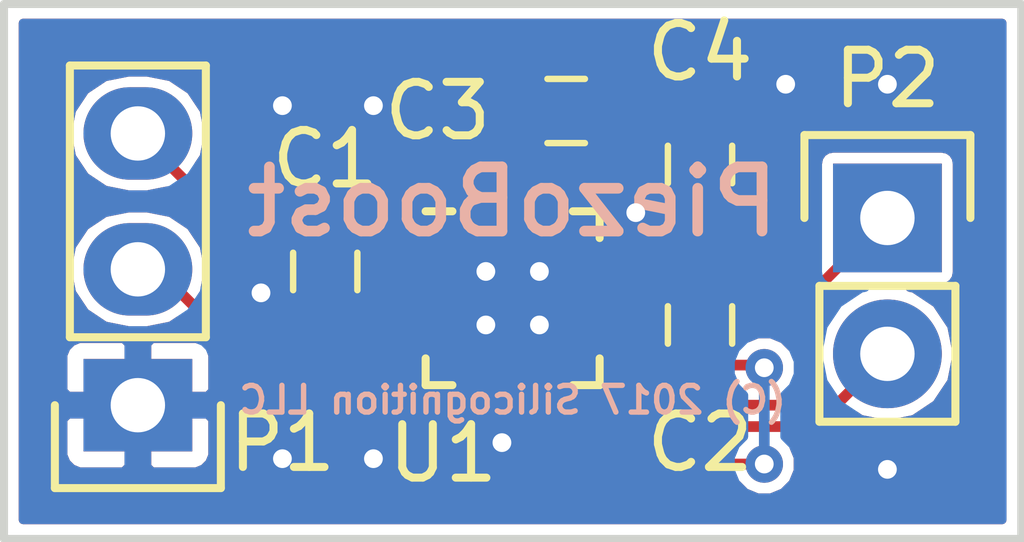
<source format=kicad_pcb>
(kicad_pcb (version 4) (host pcbnew 4.0.5-e0-6337~49~ubuntu16.04.1)

  (general
    (links 15)
    (no_connects 0)
    (area 125.924999 99.924999 145.075001 110.075001)
    (thickness 1.6)
    (drawings 6)
    (tracks 106)
    (zones 0)
    (modules 7)
    (nets 11)
  )

  (page USLetter)
  (title_block
    (title PiezoBoost)
    (date 2017-01-30)
    (rev 1)
    (company "Silicognition LLC")
  )

  (layers
    (0 F.Cu signal)
    (31 B.Cu signal)
    (32 B.Adhes user)
    (33 F.Adhes user)
    (34 B.Paste user)
    (35 F.Paste user)
    (36 B.SilkS user)
    (37 F.SilkS user)
    (38 B.Mask user)
    (39 F.Mask user)
    (40 Dwgs.User user)
    (41 Cmts.User user)
    (42 Eco1.User user)
    (43 Eco2.User user)
    (44 Edge.Cuts user)
    (45 Margin user)
    (46 B.CrtYd user)
    (47 F.CrtYd user)
    (48 B.Fab user)
    (49 F.Fab user)
  )

  (setup
    (last_trace_width 0.2)
    (trace_clearance 0.2)
    (zone_clearance 0.2)
    (zone_45_only no)
    (trace_min 0.16)
    (segment_width 0.2)
    (edge_width 0.15)
    (via_size 0.7)
    (via_drill 0.35)
    (via_min_size 0.69)
    (via_min_drill 0.35)
    (uvia_size 0.3)
    (uvia_drill 0.1)
    (uvias_allowed no)
    (uvia_min_size 0.2)
    (uvia_min_drill 0.1)
    (pcb_text_width 0.3)
    (pcb_text_size 1.5 1.5)
    (mod_edge_width 0.15)
    (mod_text_size 1 1)
    (mod_text_width 0.15)
    (pad_size 1.524 1.524)
    (pad_drill 0.762)
    (pad_to_mask_clearance 0.07)
    (pad_to_paste_clearance -0.05)
    (pad_to_paste_clearance_ratio -0.01)
    (aux_axis_origin 126 110)
    (visible_elements FFFFFF7F)
    (pcbplotparams
      (layerselection 0x00030_80000001)
      (usegerberextensions false)
      (excludeedgelayer true)
      (linewidth 0.100000)
      (plotframeref false)
      (viasonmask false)
      (mode 1)
      (useauxorigin false)
      (hpglpennumber 1)
      (hpglpenspeed 20)
      (hpglpendiameter 15)
      (hpglpenoverlay 2)
      (psnegative false)
      (psa4output false)
      (plotreference true)
      (plotvalue true)
      (plotinvisibletext false)
      (padsonsilk false)
      (subtractmaskfromsilk false)
      (outputformat 1)
      (mirror false)
      (drillshape 1)
      (scaleselection 1)
      (outputdirectory ""))
  )

  (net 0 "")
  (net 1 VDD)
  (net 2 GND)
  (net 3 "Net-(C2-Pad1)")
  (net 4 "Net-(C2-Pad2)")
  (net 5 "Net-(C3-Pad1)")
  (net 6 "Net-(C3-Pad2)")
  (net 7 "Net-(C4-Pad1)")
  (net 8 "Net-(P1-Pad2)")
  (net 9 "Net-(P2-Pad1)")
  (net 10 "Net-(P2-Pad2)")

  (net_class Default "This is the default net class."
    (clearance 0.2)
    (trace_width 0.2)
    (via_dia 0.7)
    (via_drill 0.35)
    (uvia_dia 0.3)
    (uvia_drill 0.1)
    (add_net GND)
    (add_net "Net-(C2-Pad1)")
    (add_net "Net-(C2-Pad2)")
    (add_net "Net-(C3-Pad1)")
    (add_net "Net-(C3-Pad2)")
    (add_net "Net-(C4-Pad1)")
    (add_net "Net-(P1-Pad2)")
    (add_net "Net-(P2-Pad1)")
    (add_net "Net-(P2-Pad2)")
    (add_net VDD)
  )

  (module Capacitors_SMD:C_0603 (layer F.Cu) (tedit 588FAA8F) (tstamp 588F8C40)
    (at 132 105 270)
    (descr "Capacitor SMD 0603, reflow soldering, AVX (see smccp.pdf)")
    (tags "capacitor 0603")
    (path /588A93CE)
    (attr smd)
    (fp_text reference C1 (at -2.1 0 360) (layer F.SilkS)
      (effects (font (size 1 1) (thickness 0.15)))
    )
    (fp_text value 0.1uF (at 0 1.9 270) (layer F.Fab) hide
      (effects (font (size 1 1) (thickness 0.15)))
    )
    (fp_line (start -0.8 0.4) (end -0.8 -0.4) (layer F.Fab) (width 0.1))
    (fp_line (start 0.8 0.4) (end -0.8 0.4) (layer F.Fab) (width 0.1))
    (fp_line (start 0.8 -0.4) (end 0.8 0.4) (layer F.Fab) (width 0.1))
    (fp_line (start -0.8 -0.4) (end 0.8 -0.4) (layer F.Fab) (width 0.1))
    (fp_line (start -1.45 -0.75) (end 1.45 -0.75) (layer F.CrtYd) (width 0.05))
    (fp_line (start -1.45 0.75) (end 1.45 0.75) (layer F.CrtYd) (width 0.05))
    (fp_line (start -1.45 -0.75) (end -1.45 0.75) (layer F.CrtYd) (width 0.05))
    (fp_line (start 1.45 -0.75) (end 1.45 0.75) (layer F.CrtYd) (width 0.05))
    (fp_line (start -0.35 -0.6) (end 0.35 -0.6) (layer F.SilkS) (width 0.12))
    (fp_line (start 0.35 0.6) (end -0.35 0.6) (layer F.SilkS) (width 0.12))
    (pad 1 smd rect (at -0.75 0 270) (size 0.8 0.75) (layers F.Cu F.Paste F.Mask)
      (net 1 VDD))
    (pad 2 smd rect (at 0.75 0 270) (size 0.8 0.75) (layers F.Cu F.Paste F.Mask)
      (net 2 GND))
    (model Capacitors_SMD.3dshapes/C_0603.wrl
      (at (xyz 0 0 0))
      (scale (xyz 1 1 1))
      (rotate (xyz 0 0 0))
    )
  )

  (module Capacitors_SMD:C_0603 (layer F.Cu) (tedit 588FAAB2) (tstamp 588F8C46)
    (at 139 106 270)
    (descr "Capacitor SMD 0603, reflow soldering, AVX (see smccp.pdf)")
    (tags "capacitor 0603")
    (path /588A9167)
    (attr smd)
    (fp_text reference C2 (at 2.2 0 360) (layer F.SilkS)
      (effects (font (size 1 1) (thickness 0.15)))
    )
    (fp_text value 0.1uF (at 0 1.9 270) (layer F.Fab) hide
      (effects (font (size 1 1) (thickness 0.15)))
    )
    (fp_line (start -0.8 0.4) (end -0.8 -0.4) (layer F.Fab) (width 0.1))
    (fp_line (start 0.8 0.4) (end -0.8 0.4) (layer F.Fab) (width 0.1))
    (fp_line (start 0.8 -0.4) (end 0.8 0.4) (layer F.Fab) (width 0.1))
    (fp_line (start -0.8 -0.4) (end 0.8 -0.4) (layer F.Fab) (width 0.1))
    (fp_line (start -1.45 -0.75) (end 1.45 -0.75) (layer F.CrtYd) (width 0.05))
    (fp_line (start -1.45 0.75) (end 1.45 0.75) (layer F.CrtYd) (width 0.05))
    (fp_line (start -1.45 -0.75) (end -1.45 0.75) (layer F.CrtYd) (width 0.05))
    (fp_line (start 1.45 -0.75) (end 1.45 0.75) (layer F.CrtYd) (width 0.05))
    (fp_line (start -0.35 -0.6) (end 0.35 -0.6) (layer F.SilkS) (width 0.12))
    (fp_line (start 0.35 0.6) (end -0.35 0.6) (layer F.SilkS) (width 0.12))
    (pad 1 smd rect (at -0.75 0 270) (size 0.8 0.75) (layers F.Cu F.Paste F.Mask)
      (net 3 "Net-(C2-Pad1)"))
    (pad 2 smd rect (at 0.75 0 270) (size 0.8 0.75) (layers F.Cu F.Paste F.Mask)
      (net 4 "Net-(C2-Pad2)"))
    (model Capacitors_SMD.3dshapes/C_0603.wrl
      (at (xyz 0 0 0))
      (scale (xyz 1 1 1))
      (rotate (xyz 0 0 0))
    )
  )

  (module Capacitors_SMD:C_0603 (layer F.Cu) (tedit 588FAA9E) (tstamp 588F8C4C)
    (at 136.5 102)
    (descr "Capacitor SMD 0603, reflow soldering, AVX (see smccp.pdf)")
    (tags "capacitor 0603")
    (path /588A91CA)
    (attr smd)
    (fp_text reference C3 (at -2.4 0) (layer F.SilkS)
      (effects (font (size 1 1) (thickness 0.15)))
    )
    (fp_text value 0.1uF (at 0 1.9) (layer F.Fab) hide
      (effects (font (size 1 1) (thickness 0.15)))
    )
    (fp_line (start -0.8 0.4) (end -0.8 -0.4) (layer F.Fab) (width 0.1))
    (fp_line (start 0.8 0.4) (end -0.8 0.4) (layer F.Fab) (width 0.1))
    (fp_line (start 0.8 -0.4) (end 0.8 0.4) (layer F.Fab) (width 0.1))
    (fp_line (start -0.8 -0.4) (end 0.8 -0.4) (layer F.Fab) (width 0.1))
    (fp_line (start -1.45 -0.75) (end 1.45 -0.75) (layer F.CrtYd) (width 0.05))
    (fp_line (start -1.45 0.75) (end 1.45 0.75) (layer F.CrtYd) (width 0.05))
    (fp_line (start -1.45 -0.75) (end -1.45 0.75) (layer F.CrtYd) (width 0.05))
    (fp_line (start 1.45 -0.75) (end 1.45 0.75) (layer F.CrtYd) (width 0.05))
    (fp_line (start -0.35 -0.6) (end 0.35 -0.6) (layer F.SilkS) (width 0.12))
    (fp_line (start 0.35 0.6) (end -0.35 0.6) (layer F.SilkS) (width 0.12))
    (pad 1 smd rect (at -0.75 0) (size 0.8 0.75) (layers F.Cu F.Paste F.Mask)
      (net 5 "Net-(C3-Pad1)"))
    (pad 2 smd rect (at 0.75 0) (size 0.8 0.75) (layers F.Cu F.Paste F.Mask)
      (net 6 "Net-(C3-Pad2)"))
    (model Capacitors_SMD.3dshapes/C_0603.wrl
      (at (xyz 0 0 0))
      (scale (xyz 1 1 1))
      (rotate (xyz 0 0 0))
    )
  )

  (module Capacitors_SMD:C_0603 (layer F.Cu) (tedit 588FAAC1) (tstamp 588F8C52)
    (at 139 103 270)
    (descr "Capacitor SMD 0603, reflow soldering, AVX (see smccp.pdf)")
    (tags "capacitor 0603")
    (path /588A90A6)
    (attr smd)
    (fp_text reference C4 (at -2.1 0 360) (layer F.SilkS)
      (effects (font (size 1 1) (thickness 0.15)))
    )
    (fp_text value 0.1uF (at 0 1.9 270) (layer F.Fab) hide
      (effects (font (size 1 1) (thickness 0.15)))
    )
    (fp_line (start -0.8 0.4) (end -0.8 -0.4) (layer F.Fab) (width 0.1))
    (fp_line (start 0.8 0.4) (end -0.8 0.4) (layer F.Fab) (width 0.1))
    (fp_line (start 0.8 -0.4) (end 0.8 0.4) (layer F.Fab) (width 0.1))
    (fp_line (start -0.8 -0.4) (end 0.8 -0.4) (layer F.Fab) (width 0.1))
    (fp_line (start -1.45 -0.75) (end 1.45 -0.75) (layer F.CrtYd) (width 0.05))
    (fp_line (start -1.45 0.75) (end 1.45 0.75) (layer F.CrtYd) (width 0.05))
    (fp_line (start -1.45 -0.75) (end -1.45 0.75) (layer F.CrtYd) (width 0.05))
    (fp_line (start 1.45 -0.75) (end 1.45 0.75) (layer F.CrtYd) (width 0.05))
    (fp_line (start -0.35 -0.6) (end 0.35 -0.6) (layer F.SilkS) (width 0.12))
    (fp_line (start 0.35 0.6) (end -0.35 0.6) (layer F.SilkS) (width 0.12))
    (pad 1 smd rect (at -0.75 0 270) (size 0.8 0.75) (layers F.Cu F.Paste F.Mask)
      (net 7 "Net-(C4-Pad1)"))
    (pad 2 smd rect (at 0.75 0 270) (size 0.8 0.75) (layers F.Cu F.Paste F.Mask)
      (net 2 GND))
    (model Capacitors_SMD.3dshapes/C_0603.wrl
      (at (xyz 0 0 0))
      (scale (xyz 1 1 1))
      (rotate (xyz 0 0 0))
    )
  )

  (module Socket_Strips:Socket_Strip_Straight_1x03 (layer F.Cu) (tedit 588FAA83) (tstamp 588F8C59)
    (at 128.5 107.5 90)
    (descr "Through hole socket strip")
    (tags "socket strip")
    (path /588A8F2D)
    (fp_text reference P1 (at -0.7 2.7 180) (layer F.SilkS)
      (effects (font (size 1 1) (thickness 0.15)))
    )
    (fp_text value CONN_01X03 (at 0 -3.1 90) (layer F.Fab) hide
      (effects (font (size 1 1) (thickness 0.15)))
    )
    (fp_line (start 0 -1.55) (end -1.55 -1.55) (layer F.SilkS) (width 0.15))
    (fp_line (start -1.55 -1.55) (end -1.55 1.55) (layer F.SilkS) (width 0.15))
    (fp_line (start -1.55 1.55) (end 0 1.55) (layer F.SilkS) (width 0.15))
    (fp_line (start -1.75 -1.75) (end -1.75 1.75) (layer F.CrtYd) (width 0.05))
    (fp_line (start 6.85 -1.75) (end 6.85 1.75) (layer F.CrtYd) (width 0.05))
    (fp_line (start -1.75 -1.75) (end 6.85 -1.75) (layer F.CrtYd) (width 0.05))
    (fp_line (start -1.75 1.75) (end 6.85 1.75) (layer F.CrtYd) (width 0.05))
    (fp_line (start 1.27 -1.27) (end 6.35 -1.27) (layer F.SilkS) (width 0.15))
    (fp_line (start 6.35 -1.27) (end 6.35 1.27) (layer F.SilkS) (width 0.15))
    (fp_line (start 6.35 1.27) (end 1.27 1.27) (layer F.SilkS) (width 0.15))
    (fp_line (start 1.27 1.27) (end 1.27 -1.27) (layer F.SilkS) (width 0.15))
    (pad 1 thru_hole rect (at 0 0 90) (size 1.7272 2.032) (drill 1.016) (layers *.Cu *.Mask)
      (net 2 GND))
    (pad 2 thru_hole oval (at 2.54 0 90) (size 1.7272 2.032) (drill 1.016) (layers *.Cu *.Mask)
      (net 8 "Net-(P1-Pad2)"))
    (pad 3 thru_hole oval (at 5.08 0 90) (size 1.7272 2.032) (drill 1.016) (layers *.Cu *.Mask)
      (net 1 VDD))
    (model Socket_Strips.3dshapes/Socket_Strip_Straight_1x03.wrl
      (at (xyz 0.1 0 0))
      (scale (xyz 1 1 1))
      (rotate (xyz 0 0 180))
    )
  )

  (module Socket_Strips:Socket_Strip_Straight_1x02 (layer F.Cu) (tedit 588FAE07) (tstamp 588F8C5F)
    (at 142.5 104 270)
    (descr "Through hole socket strip")
    (tags "socket strip")
    (path /588A921B)
    (fp_text reference P2 (at -2.6 0 360) (layer F.SilkS)
      (effects (font (size 1 1) (thickness 0.15)))
    )
    (fp_text value CONN_01X02 (at 0.5 -4 270) (layer F.Fab) hide
      (effects (font (size 1 1) (thickness 0.15)))
    )
    (fp_line (start -1.55 1.55) (end 0 1.55) (layer F.SilkS) (width 0.15))
    (fp_line (start 3.81 1.27) (end 1.27 1.27) (layer F.SilkS) (width 0.15))
    (fp_line (start -1.75 -1.75) (end -1.75 1.75) (layer F.CrtYd) (width 0.05))
    (fp_line (start 4.3 -1.75) (end 4.3 1.75) (layer F.CrtYd) (width 0.05))
    (fp_line (start -1.75 -1.75) (end 4.3 -1.75) (layer F.CrtYd) (width 0.05))
    (fp_line (start -1.75 1.75) (end 4.3 1.75) (layer F.CrtYd) (width 0.05))
    (fp_line (start 1.27 1.27) (end 1.27 -1.27) (layer F.SilkS) (width 0.15))
    (fp_line (start 0 -1.55) (end -1.55 -1.55) (layer F.SilkS) (width 0.15))
    (fp_line (start -1.55 -1.55) (end -1.55 1.55) (layer F.SilkS) (width 0.15))
    (fp_line (start 1.27 -1.27) (end 3.81 -1.27) (layer F.SilkS) (width 0.15))
    (fp_line (start 3.81 -1.27) (end 3.81 1.27) (layer F.SilkS) (width 0.15))
    (pad 1 thru_hole rect (at 0 0 270) (size 2.032 2.032) (drill 1.016) (layers *.Cu *.Mask)
      (net 9 "Net-(P2-Pad1)"))
    (pad 2 thru_hole oval (at 2.54 0 270) (size 2.032 2.032) (drill 1.016) (layers *.Cu *.Mask)
      (net 10 "Net-(P2-Pad2)"))
    (model Socket_Strips.3dshapes/Socket_Strip_Straight_1x02.wrl
      (at (xyz 0.05 0 0))
      (scale (xyz 1 1 1))
      (rotate (xyz 0 0 180))
    )
  )

  (module Housings_DFN_QFN:QFN-16-1EP_3x3mm_Pitch0.5mm (layer F.Cu) (tedit 588FAAA4) (tstamp 588F8C77)
    (at 135.5 105.5)
    (descr "16-Lead Plastic Quad Flat, No Lead Package (NG) - 3x3x0.9 mm Body [QFN]; (see Microchip Packaging Specification 00000049BS.pdf)")
    (tags "QFN 0.5")
    (path /588A8E58)
    (attr smd)
    (fp_text reference U1 (at -1.3 2.9) (layer F.SilkS)
      (effects (font (size 1 1) (thickness 0.15)))
    )
    (fp_text value PAM8904 (at 0 2.85) (layer F.Fab) hide
      (effects (font (size 1 1) (thickness 0.15)))
    )
    (fp_line (start -0.5 -1.5) (end 1.5 -1.5) (layer F.Fab) (width 0.15))
    (fp_line (start 1.5 -1.5) (end 1.5 1.5) (layer F.Fab) (width 0.15))
    (fp_line (start 1.5 1.5) (end -1.5 1.5) (layer F.Fab) (width 0.15))
    (fp_line (start -1.5 1.5) (end -1.5 -0.5) (layer F.Fab) (width 0.15))
    (fp_line (start -1.5 -0.5) (end -0.5 -1.5) (layer F.Fab) (width 0.15))
    (fp_line (start -2.1 -2.1) (end -2.1 2.1) (layer F.CrtYd) (width 0.05))
    (fp_line (start 2.1 -2.1) (end 2.1 2.1) (layer F.CrtYd) (width 0.05))
    (fp_line (start -2.1 -2.1) (end 2.1 -2.1) (layer F.CrtYd) (width 0.05))
    (fp_line (start -2.1 2.1) (end 2.1 2.1) (layer F.CrtYd) (width 0.05))
    (fp_line (start 1.625 -1.625) (end 1.625 -1.125) (layer F.SilkS) (width 0.15))
    (fp_line (start -1.625 1.625) (end -1.625 1.125) (layer F.SilkS) (width 0.15))
    (fp_line (start 1.625 1.625) (end 1.625 1.125) (layer F.SilkS) (width 0.15))
    (fp_line (start -1.625 -1.625) (end -1.125 -1.625) (layer F.SilkS) (width 0.15))
    (fp_line (start -1.625 1.625) (end -1.125 1.625) (layer F.SilkS) (width 0.15))
    (fp_line (start 1.625 1.625) (end 1.125 1.625) (layer F.SilkS) (width 0.15))
    (fp_line (start 1.625 -1.625) (end 1.125 -1.625) (layer F.SilkS) (width 0.15))
    (pad 1 smd oval (at -1.475 -0.75) (size 0.75 0.3) (layers F.Cu F.Paste F.Mask)
      (net 1 VDD))
    (pad 2 smd oval (at -1.475 -0.25) (size 0.75 0.3) (layers F.Cu F.Paste F.Mask)
      (net 1 VDD))
    (pad 3 smd oval (at -1.475 0.25) (size 0.75 0.3) (layers F.Cu F.Paste F.Mask)
      (net 8 "Net-(P1-Pad2)"))
    (pad 4 smd oval (at -1.475 0.75) (size 0.75 0.3) (layers F.Cu F.Paste F.Mask))
    (pad 5 smd oval (at -0.75 1.475 90) (size 0.75 0.3) (layers F.Cu F.Paste F.Mask)
      (net 4 "Net-(C2-Pad2)"))
    (pad 6 smd oval (at -0.25 1.475 90) (size 0.75 0.3) (layers F.Cu F.Paste F.Mask)
      (net 2 GND))
    (pad 7 smd oval (at 0.25 1.475 90) (size 0.75 0.3) (layers F.Cu F.Paste F.Mask)
      (net 10 "Net-(P2-Pad2)"))
    (pad 8 smd oval (at 0.75 1.475 90) (size 0.75 0.3) (layers F.Cu F.Paste F.Mask))
    (pad 9 smd oval (at 1.475 0.75) (size 0.75 0.3) (layers F.Cu F.Paste F.Mask)
      (net 9 "Net-(P2-Pad1)"))
    (pad 10 smd oval (at 1.475 0.25) (size 0.75 0.3) (layers F.Cu F.Paste F.Mask)
      (net 6 "Net-(C3-Pad2)"))
    (pad 11 smd oval (at 1.475 -0.25) (size 0.75 0.3) (layers F.Cu F.Paste F.Mask)
      (net 3 "Net-(C2-Pad1)"))
    (pad 12 smd oval (at 1.475 -0.75) (size 0.75 0.3) (layers F.Cu F.Paste F.Mask))
    (pad 13 smd oval (at 0.75 -1.475 90) (size 0.75 0.3) (layers F.Cu F.Paste F.Mask)
      (net 7 "Net-(C4-Pad1)"))
    (pad 14 smd oval (at 0.25 -1.475 90) (size 0.75 0.3) (layers F.Cu F.Paste F.Mask)
      (net 5 "Net-(C3-Pad1)"))
    (pad 15 smd oval (at -0.25 -1.475 90) (size 0.75 0.3) (layers F.Cu F.Paste F.Mask)
      (net 1 VDD))
    (pad 16 smd oval (at -0.75 -1.475 90) (size 0.75 0.3) (layers F.Cu F.Paste F.Mask))
    (pad 17 smd rect (at 0.45 0.45) (size 0.9 0.9) (layers F.Cu F.Paste F.Mask)
      (solder_paste_margin_ratio -0.2))
    (pad 17 smd rect (at 0.45 -0.45) (size 0.9 0.9) (layers F.Cu F.Paste F.Mask)
      (solder_paste_margin_ratio -0.2))
    (pad 17 smd rect (at -0.45 0.45) (size 0.9 0.9) (layers F.Cu F.Paste F.Mask)
      (solder_paste_margin_ratio -0.2))
    (pad 17 smd rect (at -0.45 -0.45) (size 0.9 0.9) (layers F.Cu F.Paste F.Mask)
      (solder_paste_margin_ratio -0.2))
    (model Housings_DFN_QFN.3dshapes/QFN-16-1EP_3x3mm_Pitch0.5mm.wrl
      (at (xyz 0 0 0))
      (scale (xyz 1 1 1))
      (rotate (xyz 0 0 0))
    )
  )

  (gr_text PiezoBoost (at 135.5 103.7) (layer B.SilkS)
    (effects (font (size 1.2 1.2) (thickness 0.2)) (justify mirror))
  )
  (gr_text "\n(C) 2017 Silicognition LLC" (at 135.5 107) (layer B.SilkS)
    (effects (font (size 0.5 0.5) (thickness 0.1)) (justify mirror))
  )
  (gr_line (start 126 110) (end 145 110) (angle 90) (layer Edge.Cuts) (width 0.15))
  (gr_line (start 126 100) (end 145 100) (angle 90) (layer Edge.Cuts) (width 0.15))
  (gr_line (start 126 110) (end 126 100) (angle 90) (layer Edge.Cuts) (width 0.15))
  (gr_line (start 145 100) (end 145 110) (angle 90) (layer Edge.Cuts) (width 0.15))

  (segment (start 132 104.25) (end 130.33 104.25) (width 0.2) (layer F.Cu) (net 1))
  (segment (start 130.33 104.25) (end 128.5 102.42) (width 0.2) (layer F.Cu) (net 1) (tstamp 588FA5D1))
  (segment (start 134.025 105.25) (end 133.45 105.25) (width 0.2) (layer F.Cu) (net 1))
  (segment (start 133.25 105.05) (end 133.25 104.75) (width 0.2) (layer F.Cu) (net 1) (tstamp 588FA5C8))
  (segment (start 133.45 105.25) (end 133.25 105.05) (width 0.2) (layer F.Cu) (net 1) (tstamp 588FA5C1))
  (segment (start 134.025 104.75) (end 133.25 104.75) (width 0.2) (layer F.Cu) (net 1))
  (segment (start 133 104.5) (end 133 104.25) (width 0.2) (layer F.Cu) (net 1) (tstamp 588FA5BB))
  (segment (start 133.25 104.75) (end 133 104.5) (width 0.2) (layer F.Cu) (net 1) (tstamp 588FA5AC))
  (segment (start 135.25 104.025) (end 135.25 103.55) (width 0.2) (layer F.Cu) (net 1))
  (segment (start 133.05 104.25) (end 133 104.25) (width 0.2) (layer F.Cu) (net 1) (tstamp 588FA5A5))
  (segment (start 133 104.25) (end 132 104.25) (width 0.2) (layer F.Cu) (net 1) (tstamp 588FA5BF))
  (segment (start 134 103.3) (end 133.05 104.25) (width 0.2) (layer F.Cu) (net 1) (tstamp 588FA59E))
  (segment (start 135 103.3) (end 134 103.3) (width 0.2) (layer F.Cu) (net 1) (tstamp 588FA599))
  (segment (start 135.25 103.55) (end 135 103.3) (width 0.2) (layer F.Cu) (net 1) (tstamp 588FA591))
  (segment (start 136.05 104.95) (end 135 105) (width 0.2) (layer B.Cu) (net 2))
  (segment (start 135 105) (end 135.05 105.05) (width 0.2) (layer F.Cu) (net 2) (tstamp 588FB597) (status C00000))
  (via (at 135 105) (size 0.7) (drill 0.35) (layers F.Cu B.Cu) (net 2) (status 800000))
  (segment (start 135.05 105.05) (end 135 106) (width 0.2) (layer F.Cu) (net 2) (tstamp 588FB598) (status 400000))
  (via (at 135 106) (size 0.7) (drill 0.35) (layers F.Cu B.Cu) (net 2))
  (segment (start 135 106) (end 135.05 106.05) (width 0.2) (layer B.Cu) (net 2) (tstamp 588FB59E))
  (segment (start 135.05 106.05) (end 136 106) (width 0.2) (layer B.Cu) (net 2) (tstamp 588FB59F))
  (via (at 136 106) (size 0.7) (drill 0.35) (layers F.Cu B.Cu) (net 2) (status 800000))
  (segment (start 136 106) (end 135.95 105.95) (width 0.2) (layer F.Cu) (net 2) (tstamp 588FB5A4) (status C00000))
  (segment (start 135.95 105.95) (end 136 105) (width 0.2) (layer F.Cu) (net 2) (tstamp 588FB5A5) (status 400000))
  (via (at 136 105) (size 0.7) (drill 0.35) (layers F.Cu B.Cu) (net 2))
  (segment (start 136 105) (end 136.05 105.05) (width 0.2) (layer B.Cu) (net 2) (tstamp 588FB5AE))
  (segment (start 135.3 108.2) (end 131.5 108.2) (width 0.2) (layer B.Cu) (net 2))
  (segment (start 135.25 108.15) (end 135.3 108.2) (width 0.2) (layer F.Cu) (net 2) (tstamp 588FA3C1))
  (via (at 135.3 108.2) (size 0.7) (drill 0.35) (layers F.Cu B.Cu) (net 2))
  (segment (start 135.25 106.975) (end 135.25 108.15) (width 0.2) (layer F.Cu) (net 2))
  (via (at 131.2 101.9) (size 0.7) (drill 0.35) (layers F.Cu B.Cu) (net 2))
  (segment (start 132.9 101.9) (end 131.2 101.9) (width 0.2) (layer B.Cu) (net 2) (tstamp 588FADD5))
  (via (at 132.9 101.9) (size 0.7) (drill 0.35) (layers F.Cu B.Cu) (net 2))
  (segment (start 134.1 100.7) (end 132.9 101.9) (width 0.2) (layer F.Cu) (net 2) (tstamp 588FADCE))
  (segment (start 139.8 100.7) (end 134.1 100.7) (width 0.2) (layer F.Cu) (net 2) (tstamp 588FADCA))
  (segment (start 140.6 101.5) (end 139.8 100.7) (width 0.2) (layer F.Cu) (net 2) (tstamp 588FADC9))
  (via (at 140.6 101.5) (size 0.7) (drill 0.35) (layers F.Cu B.Cu) (net 2))
  (segment (start 142.5 101.5) (end 140.6 101.5) (width 0.2) (layer B.Cu) (net 2) (tstamp 588FADC4))
  (via (at 142.5 101.5) (size 0.7) (drill 0.35) (layers F.Cu B.Cu) (net 2))
  (segment (start 144.1 103.1) (end 142.5 101.5) (width 0.2) (layer F.Cu) (net 2) (tstamp 588FADBC))
  (segment (start 144.1 107.1) (end 144.1 103.1) (width 0.2) (layer F.Cu) (net 2) (tstamp 588FADB8))
  (segment (start 142.5 108.7) (end 144.1 107.1) (width 0.2) (layer F.Cu) (net 2) (tstamp 588FADB7))
  (via (at 142.5 108.7) (size 0.7) (drill 0.35) (layers F.Cu B.Cu) (net 2))
  (segment (start 141.8 109.4) (end 142.5 108.7) (width 0.2) (layer B.Cu) (net 2) (tstamp 588FADAF))
  (segment (start 133.8 109.4) (end 141.8 109.4) (width 0.2) (layer B.Cu) (net 2) (tstamp 588FADA9))
  (segment (start 132.9 108.5) (end 133.8 109.4) (width 0.2) (layer B.Cu) (net 2) (tstamp 588FADA8))
  (via (at 132.9 108.5) (size 0.7) (drill 0.35) (layers F.Cu B.Cu) (net 2))
  (segment (start 131.2 108.5) (end 132.9 108.5) (width 0.2) (layer F.Cu) (net 2) (tstamp 588FADA1))
  (via (at 131.2 108.5) (size 0.7) (drill 0.35) (layers F.Cu B.Cu) (net 2))
  (segment (start 131.5 108.2) (end 131.2 108.5) (width 0.2) (layer B.Cu) (net 2) (tstamp 588FAD96))
  (segment (start 132 105.75) (end 130.85 105.45) (width 0.2) (layer F.Cu) (net 2) (status 400000))
  (via (at 130.8 105.4) (size 0.7) (drill 0.35) (layers F.Cu B.Cu) (net 2))
  (segment (start 130.85 105.45) (end 130.8 105.4) (width 0.2) (layer F.Cu) (net 2) (tstamp 588FA6DC))
  (segment (start 139 103.75) (end 137.95 103.75) (width 0.2) (layer F.Cu) (net 2))
  (segment (start 137.8 103.9) (end 137.8 104) (width 0.2) (layer B.Cu) (net 2) (tstamp 588FA3A1))
  (via (at 137.8 103.9) (size 0.7) (drill 0.35) (layers F.Cu B.Cu) (net 2))
  (segment (start 137.95 103.75) (end 137.8 103.9) (width 0.2) (layer F.Cu) (net 2) (tstamp 588FA396))
  (segment (start 136.975 105.25) (end 139 105.25) (width 0.2) (layer F.Cu) (net 3))
  (segment (start 134.75 106.975) (end 134.75 107.55) (width 0.2) (layer F.Cu) (net 4))
  (segment (start 140.15 106.75) (end 139 106.75) (width 0.2) (layer F.Cu) (net 4) (tstamp 588FAA3F))
  (segment (start 140.2 106.8) (end 140.15 106.75) (width 0.2) (layer F.Cu) (net 4) (tstamp 588FAA3E))
  (via (at 140.2 106.8) (size 0.7) (drill 0.35) (layers F.Cu B.Cu) (net 4))
  (segment (start 140.2 108.6) (end 140.2 106.8) (width 0.2) (layer B.Cu) (net 4) (tstamp 588FAA39))
  (via (at 140.2 108.6) (size 0.7) (drill 0.35) (layers F.Cu B.Cu) (net 4))
  (segment (start 136 108.6) (end 140.2 108.6) (width 0.2) (layer F.Cu) (net 4) (tstamp 588FAA2D))
  (segment (start 135.7 108.9) (end 136 108.6) (width 0.2) (layer F.Cu) (net 4) (tstamp 588FAA27))
  (segment (start 135 108.9) (end 135.7 108.9) (width 0.2) (layer F.Cu) (net 4) (tstamp 588FAA25))
  (segment (start 134.6 108.5) (end 135 108.9) (width 0.2) (layer F.Cu) (net 4) (tstamp 588FAA23))
  (segment (start 134.6 107.7) (end 134.6 108.5) (width 0.2) (layer F.Cu) (net 4) (tstamp 588FAA21))
  (segment (start 134.75 107.55) (end 134.6 107.7) (width 0.2) (layer F.Cu) (net 4) (tstamp 588FAA1F))
  (segment (start 135.75 104.025) (end 135.75 102) (width 0.2) (layer F.Cu) (net 5))
  (segment (start 136.975 105.75) (end 137.95 105.75) (width 0.2) (layer F.Cu) (net 6))
  (segment (start 137.25 102.65) (end 137.25 102) (width 0.2) (layer F.Cu) (net 6) (tstamp 588FA387))
  (segment (start 137.6 103) (end 137.25 102.65) (width 0.2) (layer F.Cu) (net 6) (tstamp 588FA381))
  (segment (start 139.5 103) (end 137.6 103) (width 0.2) (layer F.Cu) (net 6) (tstamp 588FA37C))
  (segment (start 139.8 103.3) (end 139.5 103) (width 0.2) (layer F.Cu) (net 6) (tstamp 588FA377))
  (segment (start 139.8 105.8) (end 139.8 103.3) (width 0.2) (layer F.Cu) (net 6) (tstamp 588FA373))
  (segment (start 139.6 106) (end 139.8 105.8) (width 0.2) (layer F.Cu) (net 6) (tstamp 588FA370))
  (segment (start 138.2 106) (end 139.6 106) (width 0.2) (layer F.Cu) (net 6) (tstamp 588FA36E))
  (segment (start 137.95 105.75) (end 138.2 106) (width 0.2) (layer F.Cu) (net 6) (tstamp 588FA367))
  (segment (start 136.25 104.025) (end 136.25 102.95) (width 0.2) (layer F.Cu) (net 7))
  (segment (start 139 101.5) (end 139 102.25) (width 0.2) (layer F.Cu) (net 7) (tstamp 588FA356))
  (segment (start 138.7 101.2) (end 139 101.5) (width 0.2) (layer F.Cu) (net 7) (tstamp 588FA354))
  (segment (start 136.7 101.2) (end 138.7 101.2) (width 0.2) (layer F.Cu) (net 7) (tstamp 588FA34C))
  (segment (start 136.5 101.4) (end 136.7 101.2) (width 0.2) (layer F.Cu) (net 7) (tstamp 588FA346))
  (segment (start 136.5 102.7) (end 136.5 101.4) (width 0.2) (layer F.Cu) (net 7) (tstamp 588FA342))
  (segment (start 136.25 102.95) (end 136.5 102.7) (width 0.2) (layer F.Cu) (net 7) (tstamp 588FA33E))
  (segment (start 134.025 105.75) (end 133.45 105.75) (width 0.2) (layer F.Cu) (net 8))
  (segment (start 131 107.1) (end 128.86 104.96) (width 0.2) (layer F.Cu) (net 8) (tstamp 588FA738))
  (segment (start 132.8 107.1) (end 131 107.1) (width 0.2) (layer F.Cu) (net 8) (tstamp 588FA736))
  (segment (start 133.2 106.7) (end 132.8 107.1) (width 0.2) (layer F.Cu) (net 8) (tstamp 588FA734))
  (segment (start 133.2 106) (end 133.2 106.7) (width 0.2) (layer F.Cu) (net 8) (tstamp 588FA72C))
  (segment (start 133.45 105.75) (end 133.2 106) (width 0.2) (layer F.Cu) (net 8) (tstamp 588FA728))
  (segment (start 128.86 104.96) (end 128.5 104.96) (width 0.2) (layer F.Cu) (net 8) (tstamp 588FA752))
  (segment (start 136.975 106.25) (end 137.55 106.25) (width 0.2) (layer F.Cu) (net 9))
  (segment (start 141.1 105.4) (end 142.5 104) (width 0.2) (layer F.Cu) (net 9) (tstamp 588FA44B))
  (segment (start 141.1 107) (end 141.1 105.4) (width 0.2) (layer F.Cu) (net 9) (tstamp 588FA446))
  (segment (start 140.600002 107.499998) (end 141.1 107) (width 0.2) (layer F.Cu) (net 9) (tstamp 588FA444))
  (segment (start 138.3 107.499998) (end 140.600002 107.499998) (width 0.2) (layer F.Cu) (net 9) (tstamp 588FA43D))
  (segment (start 138.1 107.299998) (end 138.3 107.499998) (width 0.2) (layer F.Cu) (net 9) (tstamp 588FA438))
  (segment (start 138.1 106.8) (end 138.1 107.299998) (width 0.2) (layer F.Cu) (net 9) (tstamp 588FA435))
  (segment (start 137.55 106.25) (end 138.1 106.8) (width 0.2) (layer F.Cu) (net 9) (tstamp 588FA432))
  (segment (start 135.75 106.975) (end 135.75 107.55) (width 0.2) (layer F.Cu) (net 10))
  (segment (start 141.14 107.9) (end 142.5 106.54) (width 0.2) (layer F.Cu) (net 10) (tstamp 588FA423))
  (segment (start 136.1 107.9) (end 141.14 107.9) (width 0.2) (layer F.Cu) (net 10) (tstamp 588FA416))
  (segment (start 135.75 107.55) (end 136.1 107.9) (width 0.2) (layer F.Cu) (net 10) (tstamp 588FA410))

  (zone (net 2) (net_name GND) (layer F.Cu) (tstamp 588F9ACB) (hatch edge 0.508)
    (connect_pads (clearance 0.2))
    (min_thickness 0.16)
    (fill yes (arc_segments 16) (thermal_gap 0.3) (thermal_bridge_width 0.5))
    (polygon
      (pts
        (xy 145 110) (xy 126 110) (xy 126 100) (xy 145 100)
      )
    )
    (filled_polygon
      (pts
        (xy 144.645 109.645) (xy 126.355 109.645) (xy 126.355 107.765) (xy 127.104 107.765) (xy 127.104 108.439187)
        (xy 127.161852 108.578853) (xy 127.268748 108.685749) (xy 127.408414 108.7436) (xy 128.235 108.7436) (xy 128.33 108.6486)
        (xy 128.33 107.67) (xy 128.67 107.67) (xy 128.67 108.6486) (xy 128.765 108.7436) (xy 129.591586 108.7436)
        (xy 129.731252 108.685749) (xy 129.838148 108.578853) (xy 129.896 108.439187) (xy 129.896 107.765) (xy 129.801 107.67)
        (xy 128.67 107.67) (xy 128.33 107.67) (xy 127.199 107.67) (xy 127.104 107.765) (xy 126.355 107.765)
        (xy 126.355 106.560813) (xy 127.104 106.560813) (xy 127.104 107.235) (xy 127.199 107.33) (xy 128.33 107.33)
        (xy 128.33 106.3514) (xy 128.235 106.2564) (xy 127.408414 106.2564) (xy 127.268748 106.314251) (xy 127.161852 106.421147)
        (xy 127.104 106.560813) (xy 126.355 106.560813) (xy 126.355 102.42) (xy 127.17861 102.42) (xy 127.265661 102.857637)
        (xy 127.513563 103.228647) (xy 127.884573 103.476549) (xy 128.32221 103.5636) (xy 128.67779 103.5636) (xy 129.035121 103.492523)
        (xy 130.061297 104.518698) (xy 130.061299 104.518701) (xy 130.18458 104.601074) (xy 130.202206 104.60458) (xy 130.33 104.630001)
        (xy 130.330005 104.63) (xy 131.339515 104.63) (xy 131.339515 104.65) (xy 131.359039 104.753762) (xy 131.420362 104.84906)
        (xy 131.51393 104.912993) (xy 131.625 104.935485) (xy 132.375 104.935485) (xy 132.478762 104.915961) (xy 132.57406 104.854638)
        (xy 132.637993 104.76107) (xy 132.658508 104.659761) (xy 132.711407 104.73893) (xy 132.731299 104.768701) (xy 132.87 104.907401)
        (xy 132.87 105.049995) (xy 132.869999 105.05) (xy 132.88533 105.12707) (xy 132.898926 105.19542) (xy 132.981299 105.318701)
        (xy 133.162599 105.5) (xy 132.931299 105.731299) (xy 132.848926 105.85458) (xy 132.845859 105.869999) (xy 132.819999 106)
        (xy 132.82 106.000005) (xy 132.82 106.542599) (xy 132.642598 106.72) (xy 131.157402 106.72) (xy 130.452402 106.015)
        (xy 131.245 106.015) (xy 131.245 106.225587) (xy 131.302852 106.365253) (xy 131.409748 106.472149) (xy 131.549414 106.53)
        (xy 131.735 106.53) (xy 131.83 106.435) (xy 131.83 105.92) (xy 132.17 105.92) (xy 132.17 106.435)
        (xy 132.265 106.53) (xy 132.450586 106.53) (xy 132.590252 106.472149) (xy 132.697148 106.365253) (xy 132.755 106.225587)
        (xy 132.755 106.015) (xy 132.66 105.92) (xy 132.17 105.92) (xy 131.83 105.92) (xy 131.34 105.92)
        (xy 131.245 106.015) (xy 130.452402 106.015) (xy 129.751046 105.313644) (xy 129.758849 105.274413) (xy 131.245 105.274413)
        (xy 131.245 105.485) (xy 131.34 105.58) (xy 131.83 105.58) (xy 131.83 105.065) (xy 132.17 105.065)
        (xy 132.17 105.58) (xy 132.66 105.58) (xy 132.755 105.485) (xy 132.755 105.274413) (xy 132.697148 105.134747)
        (xy 132.590252 105.027851) (xy 132.450586 104.97) (xy 132.265 104.97) (xy 132.17 105.065) (xy 131.83 105.065)
        (xy 131.735 104.97) (xy 131.549414 104.97) (xy 131.409748 105.027851) (xy 131.302852 105.134747) (xy 131.245 105.274413)
        (xy 129.758849 105.274413) (xy 129.82139 104.96) (xy 129.734339 104.522363) (xy 129.486437 104.151353) (xy 129.115427 103.903451)
        (xy 128.67779 103.8164) (xy 128.32221 103.8164) (xy 127.884573 103.903451) (xy 127.513563 104.151353) (xy 127.265661 104.522363)
        (xy 127.17861 104.96) (xy 127.265661 105.397637) (xy 127.513563 105.768647) (xy 127.884573 106.016549) (xy 128.32221 106.1036)
        (xy 128.67779 106.1036) (xy 129.115427 106.016549) (xy 129.273515 105.910917) (xy 129.638381 106.275783) (xy 129.591586 106.2564)
        (xy 128.765 106.2564) (xy 128.67 106.3514) (xy 128.67 107.33) (xy 129.801 107.33) (xy 129.896 107.235)
        (xy 129.896 106.560813) (xy 129.876617 106.514019) (xy 130.731299 107.368701) (xy 130.85458 107.451074) (xy 130.878708 107.455873)
        (xy 131 107.480001) (xy 131.000005 107.48) (xy 132.799995 107.48) (xy 132.8 107.480001) (xy 132.921292 107.455873)
        (xy 132.94542 107.451074) (xy 133.068701 107.368701) (xy 133.468698 106.968703) (xy 133.468701 106.968701) (xy 133.551074 106.84542)
        (xy 133.58 106.7) (xy 133.58 106.618794) (xy 133.622614 106.647268) (xy 133.787168 106.68) (xy 134.262832 106.68)
        (xy 134.334195 106.665805) (xy 134.32 106.737168) (xy 134.32 107.212832) (xy 134.352732 107.377386) (xy 134.365742 107.396856)
        (xy 134.331299 107.431299) (xy 134.248926 107.55458) (xy 134.248926 107.554581) (xy 134.219999 107.7) (xy 134.22 107.700005)
        (xy 134.22 108.499995) (xy 134.219999 108.5) (xy 134.235685 108.578853) (xy 134.248926 108.64542) (xy 134.314527 108.7436)
        (xy 134.331299 108.768701) (xy 134.731297 109.168698) (xy 134.731299 109.168701) (xy 134.85458 109.251074) (xy 135 109.28)
        (xy 135.699995 109.28) (xy 135.7 109.280001) (xy 135.821292 109.255873) (xy 135.84542 109.251074) (xy 135.968701 109.168701)
        (xy 136.157402 108.98) (xy 139.68916 108.98) (xy 139.842668 109.133776) (xy 140.074136 109.22989) (xy 140.324765 109.230109)
        (xy 140.5564 109.134399) (xy 140.733776 108.957332) (xy 140.82989 108.725864) (xy 140.830109 108.475235) (xy 140.749439 108.28)
        (xy 141.139995 108.28) (xy 141.14 108.280001) (xy 141.261292 108.255873) (xy 141.28542 108.251074) (xy 141.408701 108.168701)
        (xy 141.890518 107.686884) (xy 142.004042 107.762738) (xy 142.5 107.86139) (xy 142.995958 107.762738) (xy 143.41641 107.4818)
        (xy 143.697348 107.061348) (xy 143.796 106.56539) (xy 143.796 106.51461) (xy 143.697348 106.018652) (xy 143.41641 105.5982)
        (xy 142.995958 105.317262) (xy 142.916642 105.301485) (xy 143.516 105.301485) (xy 143.619762 105.281961) (xy 143.71506 105.220638)
        (xy 143.778993 105.12707) (xy 143.801485 105.016) (xy 143.801485 102.984) (xy 143.781961 102.880238) (xy 143.720638 102.78494)
        (xy 143.62707 102.721007) (xy 143.516 102.698515) (xy 141.484 102.698515) (xy 141.380238 102.718039) (xy 141.28494 102.779362)
        (xy 141.221007 102.87293) (xy 141.198515 102.984) (xy 141.198515 104.764083) (xy 140.831299 105.131299) (xy 140.748926 105.25458)
        (xy 140.748926 105.254581) (xy 140.719999 105.4) (xy 140.72 105.400005) (xy 140.72 106.429176) (xy 140.557332 106.266224)
        (xy 140.325864 106.17011) (xy 140.075235 106.169891) (xy 139.891658 106.245744) (xy 140.068698 106.068703) (xy 140.068701 106.068701)
        (xy 140.151074 105.94542) (xy 140.166076 105.87) (xy 140.180001 105.8) (xy 140.18 105.799995) (xy 140.18 103.300005)
        (xy 140.180001 103.3) (xy 140.151074 103.154581) (xy 140.151074 103.15458) (xy 140.068701 103.031299) (xy 139.768701 102.731299)
        (xy 139.721858 102.7) (xy 139.658881 102.65792) (xy 139.660485 102.65) (xy 139.660485 101.85) (xy 139.640961 101.746238)
        (xy 139.579638 101.65094) (xy 139.48607 101.587007) (xy 139.38 101.565528) (xy 139.38 101.500005) (xy 139.380001 101.5)
        (xy 139.355873 101.378708) (xy 139.351074 101.35458) (xy 139.268701 101.231299) (xy 138.968701 100.931299) (xy 138.84542 100.848926)
        (xy 138.821292 100.844127) (xy 138.7 100.819999) (xy 138.699995 100.82) (xy 136.700005 100.82) (xy 136.7 100.819999)
        (xy 136.578708 100.844127) (xy 136.55458 100.848926) (xy 136.431299 100.931299) (xy 136.431297 100.931302) (xy 136.231299 101.131299)
        (xy 136.148926 101.25458) (xy 136.148926 101.254581) (xy 136.132031 101.339515) (xy 135.35 101.339515) (xy 135.246238 101.359039)
        (xy 135.15094 101.420362) (xy 135.087007 101.51393) (xy 135.064515 101.625) (xy 135.064515 102.375) (xy 135.084039 102.478762)
        (xy 135.145362 102.57406) (xy 135.23893 102.637993) (xy 135.35 102.660485) (xy 135.37 102.660485) (xy 135.37 103.132598)
        (xy 135.268701 103.031299) (xy 135.263541 103.027851) (xy 135.14542 102.948926) (xy 135.121292 102.944127) (xy 135 102.919999)
        (xy 134.999995 102.92) (xy 134.000005 102.92) (xy 134 102.919999) (xy 133.878708 102.944127) (xy 133.85458 102.948926)
        (xy 133.731299 103.031299) (xy 133.731297 103.031302) (xy 132.892598 103.87) (xy 132.660485 103.87) (xy 132.660485 103.85)
        (xy 132.640961 103.746238) (xy 132.579638 103.65094) (xy 132.48607 103.587007) (xy 132.375 103.564515) (xy 131.625 103.564515)
        (xy 131.521238 103.584039) (xy 131.42594 103.645362) (xy 131.362007 103.73893) (xy 131.339515 103.85) (xy 131.339515 103.87)
        (xy 130.487401 103.87) (xy 129.630478 103.013076) (xy 129.734339 102.857637) (xy 129.82139 102.42) (xy 129.734339 101.982363)
        (xy 129.486437 101.611353) (xy 129.115427 101.363451) (xy 128.67779 101.2764) (xy 128.32221 101.2764) (xy 127.884573 101.363451)
        (xy 127.513563 101.611353) (xy 127.265661 101.982363) (xy 127.17861 102.42) (xy 126.355 102.42) (xy 126.355 100.355)
        (xy 144.645 100.355)
      )
    )
    (filled_polygon
      (pts
        (xy 135.32 107.212832) (xy 135.325 107.237969) (xy 135.325 107.628486) (xy 135.406153 107.706475) (xy 135.406273 107.706415)
        (xy 135.447889 107.768699) (xy 135.481299 107.818701) (xy 135.831297 108.168698) (xy 135.831299 108.168701) (xy 135.929162 108.23409)
        (xy 135.886041 108.242668) (xy 135.85458 108.248926) (xy 135.808073 108.280001) (xy 135.731299 108.331299) (xy 135.542598 108.52)
        (xy 135.157401 108.52) (xy 134.98 108.342598) (xy 134.98 107.857402) (xy 135.018701 107.818701) (xy 135.052111 107.768699)
        (xy 135.093727 107.706415) (xy 135.093847 107.706475) (xy 135.175 107.628486) (xy 135.175 107.237969) (xy 135.18 107.212832)
        (xy 135.18 106.785) (xy 135.32 106.785)
      )
    )
    (filled_polygon
      (pts
        (xy 136.89064 102.753762) (xy 136.898926 102.79542) (xy 136.932335 102.84542) (xy 136.981299 102.918701) (xy 137.331297 103.268698)
        (xy 137.331299 103.268701) (xy 137.45458 103.351074) (xy 137.478708 103.355873) (xy 137.6 103.380001) (xy 137.600005 103.38)
        (xy 138.245 103.38) (xy 138.245 103.485) (xy 138.34 103.58) (xy 138.83 103.58) (xy 138.83 103.56)
        (xy 139.17 103.56) (xy 139.17 103.58) (xy 139.19 103.58) (xy 139.19 103.92) (xy 139.17 103.92)
        (xy 139.17 104.435) (xy 139.265 104.53) (xy 139.42 104.53) (xy 139.42 104.573628) (xy 139.375 104.564515)
        (xy 138.625 104.564515) (xy 138.521238 104.584039) (xy 138.42594 104.645362) (xy 138.362007 104.73893) (xy 138.339515 104.85)
        (xy 138.339515 104.87) (xy 137.618962 104.87) (xy 137.642832 104.75) (xy 137.6101 104.585446) (xy 137.516888 104.445944)
        (xy 137.377386 104.352732) (xy 137.212832 104.32) (xy 136.737168 104.32) (xy 136.665805 104.334195) (xy 136.68 104.262832)
        (xy 136.68 104.015) (xy 138.245 104.015) (xy 138.245 104.225587) (xy 138.302852 104.365253) (xy 138.409748 104.472149)
        (xy 138.549414 104.53) (xy 138.735 104.53) (xy 138.83 104.435) (xy 138.83 103.92) (xy 138.34 103.92)
        (xy 138.245 104.015) (xy 136.68 104.015) (xy 136.68 103.787168) (xy 136.647268 103.622614) (xy 136.63 103.596771)
        (xy 136.63 103.107402) (xy 136.768698 102.968703) (xy 136.768701 102.968701) (xy 136.851074 102.84542) (xy 136.879973 102.700138)
      )
    )
  )
  (zone (net 2) (net_name GND) (layer B.Cu) (tstamp 588F9AE3) (hatch edge 0.508)
    (connect_pads (clearance 0.2))
    (min_thickness 0.16)
    (fill yes (arc_segments 16) (thermal_gap 0.3) (thermal_bridge_width 0.5))
    (polygon
      (pts
        (xy 145 110) (xy 126 110) (xy 126 100) (xy 145 100)
      )
    )
    (filled_polygon
      (pts
        (xy 144.645 109.645) (xy 126.355 109.645) (xy 126.355 107.765) (xy 127.104 107.765) (xy 127.104 108.439187)
        (xy 127.161852 108.578853) (xy 127.268748 108.685749) (xy 127.408414 108.7436) (xy 128.235 108.7436) (xy 128.33 108.6486)
        (xy 128.33 107.67) (xy 128.67 107.67) (xy 128.67 108.6486) (xy 128.765 108.7436) (xy 129.591586 108.7436)
        (xy 129.731252 108.685749) (xy 129.838148 108.578853) (xy 129.896 108.439187) (xy 129.896 107.765) (xy 129.801 107.67)
        (xy 128.67 107.67) (xy 128.33 107.67) (xy 127.199 107.67) (xy 127.104 107.765) (xy 126.355 107.765)
        (xy 126.355 106.560813) (xy 127.104 106.560813) (xy 127.104 107.235) (xy 127.199 107.33) (xy 128.33 107.33)
        (xy 128.33 106.3514) (xy 128.67 106.3514) (xy 128.67 107.33) (xy 129.801 107.33) (xy 129.896 107.235)
        (xy 129.896 106.924765) (xy 139.569891 106.924765) (xy 139.665601 107.1564) (xy 139.82 107.311068) (xy 139.82 108.08916)
        (xy 139.666224 108.242668) (xy 139.57011 108.474136) (xy 139.569891 108.724765) (xy 139.665601 108.9564) (xy 139.842668 109.133776)
        (xy 140.074136 109.22989) (xy 140.324765 109.230109) (xy 140.5564 109.134399) (xy 140.733776 108.957332) (xy 140.82989 108.725864)
        (xy 140.830109 108.475235) (xy 140.734399 108.2436) (xy 140.58 108.088932) (xy 140.58 107.31084) (xy 140.733776 107.157332)
        (xy 140.82989 106.925864) (xy 140.830109 106.675235) (xy 140.734399 106.4436) (xy 140.557332 106.266224) (xy 140.325864 106.17011)
        (xy 140.075235 106.169891) (xy 139.8436 106.265601) (xy 139.666224 106.442668) (xy 139.57011 106.674136) (xy 139.569891 106.924765)
        (xy 129.896 106.924765) (xy 129.896 106.560813) (xy 129.838148 106.421147) (xy 129.731252 106.314251) (xy 129.591586 106.2564)
        (xy 128.765 106.2564) (xy 128.67 106.3514) (xy 128.33 106.3514) (xy 128.235 106.2564) (xy 127.408414 106.2564)
        (xy 127.268748 106.314251) (xy 127.161852 106.421147) (xy 127.104 106.560813) (xy 126.355 106.560813) (xy 126.355 104.96)
        (xy 127.17861 104.96) (xy 127.265661 105.397637) (xy 127.513563 105.768647) (xy 127.884573 106.016549) (xy 128.32221 106.1036)
        (xy 128.67779 106.1036) (xy 129.115427 106.016549) (xy 129.486437 105.768647) (xy 129.734339 105.397637) (xy 129.82139 104.96)
        (xy 129.734339 104.522363) (xy 129.486437 104.151353) (xy 129.115427 103.903451) (xy 128.67779 103.8164) (xy 128.32221 103.8164)
        (xy 127.884573 103.903451) (xy 127.513563 104.151353) (xy 127.265661 104.522363) (xy 127.17861 104.96) (xy 126.355 104.96)
        (xy 126.355 102.42) (xy 127.17861 102.42) (xy 127.265661 102.857637) (xy 127.513563 103.228647) (xy 127.884573 103.476549)
        (xy 128.32221 103.5636) (xy 128.67779 103.5636) (xy 129.115427 103.476549) (xy 129.486437 103.228647) (xy 129.649905 102.984)
        (xy 141.198515 102.984) (xy 141.198515 105.016) (xy 141.218039 105.119762) (xy 141.279362 105.21506) (xy 141.37293 105.278993)
        (xy 141.484 105.301485) (xy 142.083358 105.301485) (xy 142.004042 105.317262) (xy 141.58359 105.5982) (xy 141.302652 106.018652)
        (xy 141.204 106.51461) (xy 141.204 106.56539) (xy 141.302652 107.061348) (xy 141.58359 107.4818) (xy 142.004042 107.762738)
        (xy 142.5 107.86139) (xy 142.995958 107.762738) (xy 143.41641 107.4818) (xy 143.697348 107.061348) (xy 143.796 106.56539)
        (xy 143.796 106.51461) (xy 143.697348 106.018652) (xy 143.41641 105.5982) (xy 142.995958 105.317262) (xy 142.916642 105.301485)
        (xy 143.516 105.301485) (xy 143.619762 105.281961) (xy 143.71506 105.220638) (xy 143.778993 105.12707) (xy 143.801485 105.016)
        (xy 143.801485 102.984) (xy 143.781961 102.880238) (xy 143.720638 102.78494) (xy 143.62707 102.721007) (xy 143.516 102.698515)
        (xy 141.484 102.698515) (xy 141.380238 102.718039) (xy 141.28494 102.779362) (xy 141.221007 102.87293) (xy 141.198515 102.984)
        (xy 129.649905 102.984) (xy 129.734339 102.857637) (xy 129.82139 102.42) (xy 129.734339 101.982363) (xy 129.486437 101.611353)
        (xy 129.115427 101.363451) (xy 128.67779 101.2764) (xy 128.32221 101.2764) (xy 127.884573 101.363451) (xy 127.513563 101.611353)
        (xy 127.265661 101.982363) (xy 127.17861 102.42) (xy 126.355 102.42) (xy 126.355 100.355) (xy 144.645 100.355)
      )
    )
  )
)

</source>
